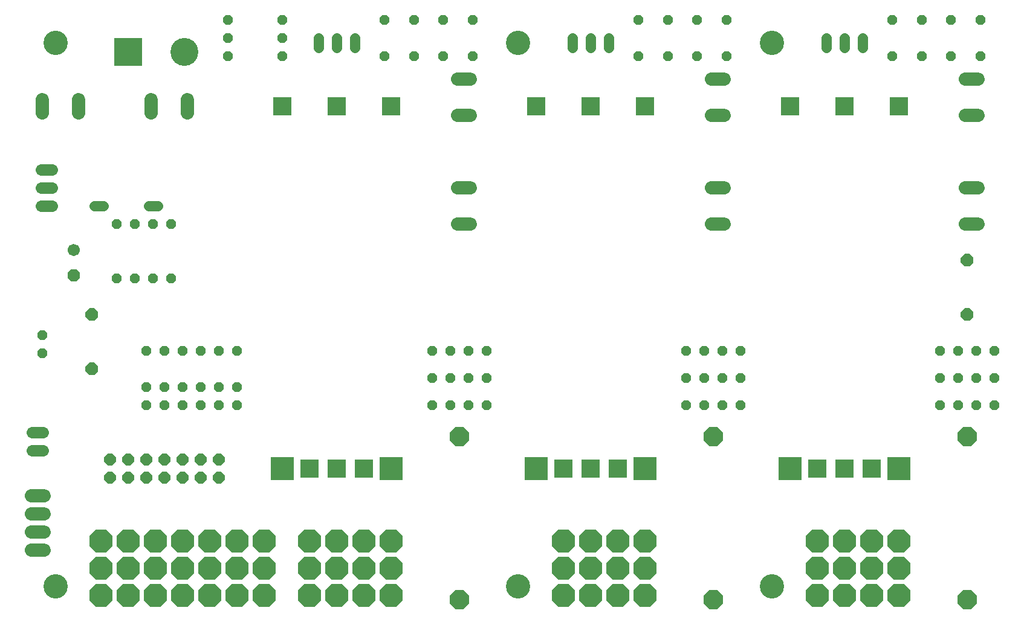
<source format=gts>
G75*
%MOIN*%
%OFA0B0*%
%FSLAX25Y25*%
%IPPOS*%
%LPD*%
%AMOC8*
5,1,8,0,0,1.08239X$1,22.5*
%
%ADD10C,0.07450*%
%ADD11C,0.13400*%
%ADD12OC8,0.05600*%
%ADD13C,0.06400*%
%ADD14OC8,0.07000*%
%ADD15OC8,0.10400*%
%ADD16OC8,0.12900*%
%ADD17R,0.15400X0.15400*%
%ADD18C,0.15400*%
%ADD19OC8,0.06400*%
%ADD20C,0.05600*%
%ADD21OC8,0.06700*%
%ADD22C,0.06700*%
%ADD23C,0.07487*%
%ADD24R,0.09849X0.09849*%
%ADD25R,0.13061X0.13061*%
D10*
X0511475Y0510000D02*
X0518525Y0510000D01*
X0518525Y0530000D02*
X0511475Y0530000D01*
X0511475Y0570000D02*
X0518525Y0570000D01*
X0518525Y0590000D02*
X0511475Y0590000D01*
X0651475Y0590000D02*
X0658525Y0590000D01*
X0658525Y0570000D02*
X0651475Y0570000D01*
X0651475Y0530000D02*
X0658525Y0530000D01*
X0658525Y0510000D02*
X0651475Y0510000D01*
X0791475Y0510000D02*
X0798525Y0510000D01*
X0798525Y0530000D02*
X0791475Y0530000D01*
X0791475Y0570000D02*
X0798525Y0570000D01*
X0798525Y0590000D02*
X0791475Y0590000D01*
X0362500Y0578525D02*
X0362500Y0571475D01*
X0342500Y0571475D02*
X0342500Y0578525D01*
X0302500Y0578525D02*
X0302500Y0571475D01*
X0282500Y0571475D02*
X0282500Y0578525D01*
D11*
X0290000Y0610000D03*
X0545000Y0610000D03*
X0685000Y0610000D03*
X0685000Y0310000D03*
X0545000Y0310000D03*
X0290000Y0310000D03*
D12*
X0340000Y0410000D03*
X0340000Y0420000D03*
X0350000Y0420000D03*
X0350000Y0410000D03*
X0360000Y0410000D03*
X0360000Y0420000D03*
X0370000Y0420000D03*
X0370000Y0410000D03*
X0380000Y0410000D03*
X0380000Y0420000D03*
X0390000Y0420000D03*
X0390000Y0410000D03*
X0390000Y0440000D03*
X0380000Y0440000D03*
X0370000Y0440000D03*
X0360000Y0440000D03*
X0350000Y0440000D03*
X0340000Y0440000D03*
X0343750Y0480000D03*
X0353750Y0480000D03*
X0333750Y0480000D03*
X0323750Y0480000D03*
X0323750Y0510000D03*
X0333750Y0510000D03*
X0343750Y0510000D03*
X0353750Y0510000D03*
X0282500Y0448750D03*
X0282500Y0438750D03*
X0385000Y0602500D03*
X0385000Y0612500D03*
X0385000Y0622500D03*
X0415000Y0622500D03*
X0415000Y0612500D03*
X0415000Y0602500D03*
X0471250Y0602500D03*
X0487500Y0602500D03*
X0503750Y0602500D03*
X0520000Y0602500D03*
X0520000Y0622500D03*
X0503750Y0622500D03*
X0487500Y0622500D03*
X0471250Y0622500D03*
X0611250Y0622500D03*
X0627500Y0622500D03*
X0643750Y0622500D03*
X0660000Y0622500D03*
X0660000Y0602500D03*
X0643750Y0602500D03*
X0627500Y0602500D03*
X0611250Y0602500D03*
X0751250Y0602500D03*
X0767500Y0602500D03*
X0783750Y0602500D03*
X0800000Y0602500D03*
X0800000Y0622500D03*
X0783750Y0622500D03*
X0767500Y0622500D03*
X0751250Y0622500D03*
X0777500Y0440000D03*
X0787500Y0440000D03*
X0797500Y0440000D03*
X0807500Y0440000D03*
X0807500Y0425000D03*
X0797500Y0425000D03*
X0787500Y0425000D03*
X0777500Y0425000D03*
X0777500Y0410000D03*
X0787500Y0410000D03*
X0797500Y0410000D03*
X0807500Y0410000D03*
X0667500Y0410000D03*
X0657500Y0410000D03*
X0647500Y0410000D03*
X0637500Y0410000D03*
X0637500Y0425000D03*
X0647500Y0425000D03*
X0657500Y0425000D03*
X0667500Y0425000D03*
X0667500Y0440000D03*
X0657500Y0440000D03*
X0647500Y0440000D03*
X0637500Y0440000D03*
X0527500Y0440000D03*
X0517500Y0440000D03*
X0507500Y0440000D03*
X0497500Y0440000D03*
X0497500Y0425000D03*
X0507500Y0425000D03*
X0517500Y0425000D03*
X0527500Y0425000D03*
X0527500Y0410000D03*
X0517500Y0410000D03*
X0507500Y0410000D03*
X0497500Y0410000D03*
D13*
X0288000Y0520000D02*
X0282000Y0520000D01*
X0282000Y0530000D02*
X0288000Y0530000D01*
X0288000Y0540000D02*
X0282000Y0540000D01*
X0283000Y0395000D02*
X0277000Y0395000D01*
X0277000Y0385000D02*
X0283000Y0385000D01*
D14*
X0310000Y0430000D03*
X0310000Y0460000D03*
X0792500Y0460000D03*
X0792500Y0490000D03*
D15*
X0792500Y0392500D03*
X0792500Y0302500D03*
X0652500Y0302500D03*
X0652500Y0392500D03*
X0512500Y0392500D03*
X0512500Y0302500D03*
D16*
X0315000Y0305000D03*
X0330000Y0305000D03*
X0330000Y0320000D03*
X0315000Y0320000D03*
X0315000Y0335000D03*
X0330000Y0335000D03*
X0345000Y0335000D03*
X0360000Y0335000D03*
X0375000Y0335000D03*
X0375000Y0320000D03*
X0360000Y0320000D03*
X0345000Y0320000D03*
X0345000Y0305000D03*
X0360000Y0305000D03*
X0375000Y0305000D03*
X0390000Y0305000D03*
X0405000Y0305000D03*
X0405000Y0320000D03*
X0390000Y0320000D03*
X0390000Y0335000D03*
X0405000Y0335000D03*
X0430000Y0335000D03*
X0430000Y0320000D03*
X0430000Y0305000D03*
X0445000Y0305000D03*
X0460000Y0305000D03*
X0475000Y0305000D03*
X0475000Y0320000D03*
X0460000Y0320000D03*
X0445000Y0320000D03*
X0445000Y0335000D03*
X0460000Y0335000D03*
X0475000Y0335000D03*
X0570000Y0335000D03*
X0585000Y0335000D03*
X0585000Y0320000D03*
X0570000Y0320000D03*
X0570000Y0305000D03*
X0585000Y0305000D03*
X0600000Y0305000D03*
X0615000Y0305000D03*
X0615000Y0320000D03*
X0600000Y0320000D03*
X0600000Y0335000D03*
X0615000Y0335000D03*
X0710000Y0335000D03*
X0725000Y0335000D03*
X0740000Y0335000D03*
X0740000Y0320000D03*
X0725000Y0320000D03*
X0710000Y0320000D03*
X0710000Y0305000D03*
X0725000Y0305000D03*
X0740000Y0305000D03*
X0755000Y0305000D03*
X0755000Y0320000D03*
X0755000Y0335000D03*
D17*
X0330000Y0605000D03*
D18*
X0361047Y0605000D03*
D19*
X0360000Y0380000D03*
X0360000Y0370000D03*
X0350000Y0370000D03*
X0350000Y0380000D03*
X0340000Y0380000D03*
X0340000Y0370000D03*
X0330000Y0370000D03*
X0330000Y0380000D03*
X0320000Y0380000D03*
X0320000Y0370000D03*
X0370000Y0370000D03*
X0370000Y0380000D03*
X0380000Y0380000D03*
X0380000Y0370000D03*
D20*
X0346350Y0520000D02*
X0341150Y0520000D01*
X0316350Y0520000D02*
X0311150Y0520000D01*
X0435000Y0607400D02*
X0435000Y0612600D01*
X0445000Y0612600D02*
X0445000Y0607400D01*
X0455000Y0607400D02*
X0455000Y0612600D01*
X0575000Y0612600D02*
X0575000Y0607400D01*
X0585000Y0607400D02*
X0585000Y0612600D01*
X0595000Y0612600D02*
X0595000Y0607400D01*
X0715000Y0607400D02*
X0715000Y0612600D01*
X0725000Y0612600D02*
X0725000Y0607400D01*
X0735000Y0607400D02*
X0735000Y0612600D01*
D21*
X0300000Y0481750D03*
D22*
X0300000Y0495750D03*
D23*
X0283543Y0360000D02*
X0276457Y0360000D01*
X0276457Y0350000D02*
X0283543Y0350000D01*
X0283543Y0340000D02*
X0276457Y0340000D01*
X0276457Y0330000D02*
X0283543Y0330000D01*
D24*
X0430000Y0375000D03*
X0445000Y0375000D03*
X0460000Y0375000D03*
X0570000Y0375000D03*
X0585000Y0375000D03*
X0600000Y0375000D03*
X0710000Y0375000D03*
X0725000Y0375000D03*
X0740000Y0375000D03*
X0725000Y0575000D03*
X0695000Y0575000D03*
X0755000Y0575000D03*
X0615000Y0575000D03*
X0585000Y0575000D03*
X0555000Y0575000D03*
X0475000Y0575000D03*
X0445000Y0575000D03*
X0415000Y0575000D03*
D25*
X0415000Y0375000D03*
X0475000Y0375000D03*
X0555000Y0375000D03*
X0615000Y0375000D03*
X0695000Y0375000D03*
X0755000Y0375000D03*
M02*

</source>
